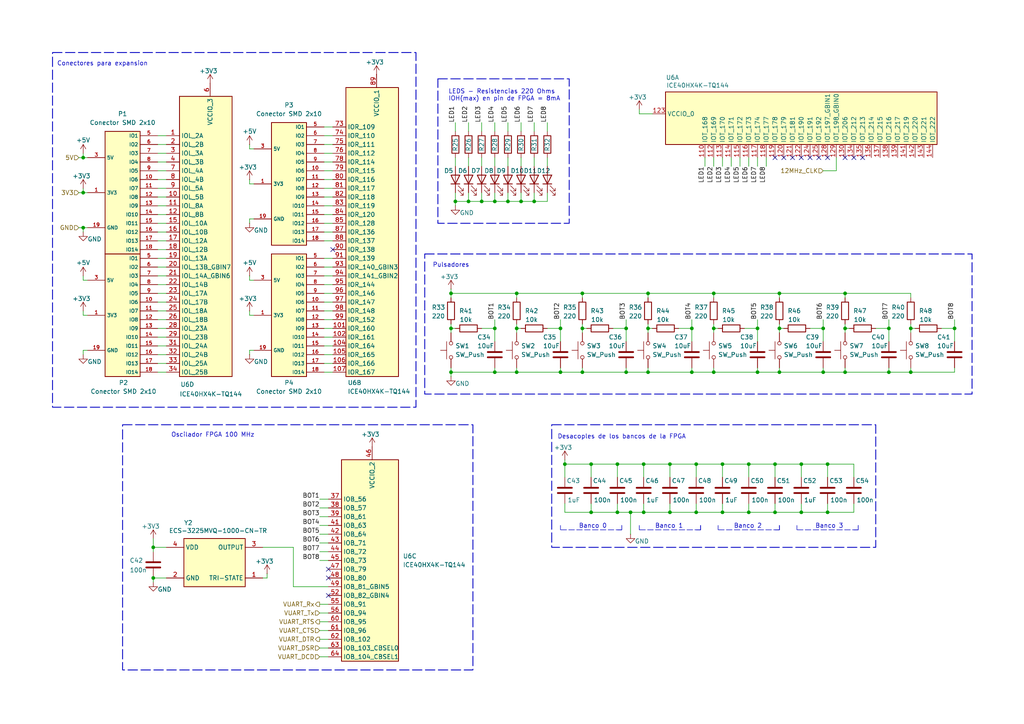
<source format=kicad_sch>
(kicad_sch (version 20250114) (generator "eeschema") (generator_version "9.0")
  (paper "A4")
  (rectangle (start 15.24 15.24) (end 120.65 118.11) (stroke (width 0.25) (type dash)))
  (rectangle (start 160.02 123.19) (end 254 158.75) (stroke (width 0.25) (type dash)))
  (rectangle (start 35.56 123.19) (end 137.16 194.31) (stroke (width 0.25) (type dash)))
  (rectangle (start 123.19 73.66) (end 281.94 114.3) (stroke (width 0.25) (type dash)))
  (rectangle (start 127 22.86) (end 165.1 64.77) (stroke (width 0.25) (type dash)))
  (text "Conectores para expansion" (at 29.718 18.542 0) (effects (font (size 1.27 1.27))))
  (text "Banco 0" (at 171.958 152.654 0) (effects (font (size 1.27 1.27))))
  (text "Desacoples de los bancos de la FPGA" (at 180.34 126.746 0) (effects (font (size 1.27 1.27))))
  (text "Oscilador FPGA 100 MHz" (at 61.722 126.238 0) (effects (font (size 1.27 1.27))))
  (text "LEDS - Resistencias 220 Ohms\nIOH(max) en pin de FPGA = 8mA" (at 130.048 27.686 0) (effects (font (size 1.27 1.27)) (justify left)))
  (text "Banco 2" (at 216.916 152.654 0) (effects (font (size 1.27 1.27))))
  (text "Banco 1" (at 194.056 152.654 0) (effects (font (size 1.27 1.27))))
  (text "Banco 3" (at 240.538 152.654 0) (effects (font (size 1.27 1.27))))
  (text "Pulsadores" (at 130.81 76.962 0) (effects (font (size 1.27 1.27))))
  (junction (at 219.71 95.25))
  (junction (at 24.13 55.88))
  (junction (at 194.31 134.62))
  (junction (at 179.07 134.62))
  (junction (at 147.32 58.42))
  (junction (at 149.86 95.25))
  (junction (at 182.88 148.59))
  (junction (at 139.7 58.42))
  (junction (at 24.13 45.72))
  (junction (at 187.96 95.25))
  (junction (at 187.96 85.09))
  (junction (at 240.03 134.62))
  (junction (at 224.79 134.62))
  (junction (at 238.76 95.25))
  (junction (at 207.01 95.25))
  (junction (at 207.01 107.95))
  (junction (at 179.07 148.59))
  (junction (at 130.81 85.09))
  (junction (at 238.76 107.95))
  (junction (at 162.56 95.25))
  (junction (at 232.41 134.62))
  (junction (at 151.13 58.42))
  (junction (at 245.11 85.09))
  (junction (at 217.17 134.62))
  (junction (at 181.61 95.25))
  (junction (at 44.45 167.64))
  (junction (at 245.11 107.95))
  (junction (at 219.71 107.95))
  (junction (at 149.86 107.95))
  (junction (at 201.93 134.62))
  (junction (at 226.06 107.95))
  (junction (at 226.06 85.09))
  (junction (at 226.06 95.25))
  (junction (at 162.56 107.95))
  (junction (at 276.86 95.25))
  (junction (at 240.03 148.59))
  (junction (at 187.96 107.95))
  (junction (at 171.45 148.59))
  (junction (at 149.86 85.09))
  (junction (at 143.51 58.42))
  (junction (at 130.81 95.25))
  (junction (at 209.55 148.59))
  (junction (at 130.81 107.95))
  (junction (at 44.45 158.75))
  (junction (at 201.93 148.59))
  (junction (at 257.81 95.25))
  (junction (at 143.51 107.95))
  (junction (at 200.66 107.95))
  (junction (at 232.41 148.59))
  (junction (at 168.91 85.09))
  (junction (at 171.45 134.62))
  (junction (at 217.17 148.59))
  (junction (at 168.91 95.25))
  (junction (at 135.89 58.42))
  (junction (at 207.01 85.09))
  (junction (at 264.16 95.25))
  (junction (at 132.08 58.42))
  (junction (at 200.66 95.25))
  (junction (at 245.11 95.25))
  (junction (at 154.94 58.42))
  (junction (at 224.79 148.59))
  (junction (at 257.81 107.95))
  (junction (at 168.91 107.95))
  (junction (at 163.83 134.62))
  (junction (at 186.69 148.59))
  (junction (at 181.61 107.95))
  (junction (at 143.51 95.25))
  (junction (at 186.69 134.62))
  (junction (at 209.55 134.62))
  (junction (at 264.16 107.95))
  (junction (at 24.13 66.04))
  (junction (at 194.31 148.59))
  (no_connect (at 95.25 167.64))
  (no_connect (at 224.79 45.72))
  (no_connect (at 95.25 165.1))
  (no_connect (at 245.11 45.72))
  (no_connect (at 250.19 45.72))
  (no_connect (at 240.03 45.72))
  (no_connect (at 96.52 72.39))
  (no_connect (at 232.41 45.72))
  (no_connect (at 234.95 45.72))
  (no_connect (at 247.65 45.72))
  (no_connect (at 95.25 172.72))
  (no_connect (at 229.87 45.72))
  (no_connect (at 227.33 45.72))
  (no_connect (at 237.49 45.72))
  (wire (pts (xy 93.98 67.31) (xy 96.52 67.31)))
  (wire (pts (xy 45.72 74.93) (xy 48.26 74.93)))
  (wire (pts (xy 158.75 95.25) (xy 162.56 95.25)))
  (wire (pts (xy 143.51 35.56) (xy 143.51 38.1)))
  (polyline (pts (xy 162.56 152.4) (xy 162.56 153.67)) (stroke (width 0) (type dash)))
  (wire (pts (xy 45.72 97.79) (xy 48.26 97.79)))
  (wire (pts (xy 224.79 148.59) (xy 232.41 148.59)))
  (wire (pts (xy 93.98 85.09) (xy 96.52 85.09)))
  (wire (pts (xy 158.75 45.72) (xy 158.75 48.26)))
  (polyline (pts (xy 180.34 152.4) (xy 180.34 153.67)) (stroke (width 0) (type dash)))
  (wire (pts (xy 257.81 92.71) (xy 257.81 95.25)))
  (wire (pts (xy 187.96 107.95) (xy 200.66 107.95)))
  (wire (pts (xy 151.13 45.72) (xy 151.13 48.26)))
  (wire (pts (xy 45.72 52.07) (xy 48.26 52.07)))
  (polyline (pts (xy 185.42 152.4) (xy 185.42 153.67)) (stroke (width 0) (type dash)))
  (wire (pts (xy 22.86 45.72) (xy 24.13 45.72)))
  (polyline (pts (xy 231.14 152.4) (xy 231.14 153.67)) (stroke (width 0) (type dash)))
  (wire (pts (xy 171.45 134.62) (xy 171.45 138.43)))
  (polyline (pts (xy 248.92 152.4) (xy 248.92 153.67)) (stroke (width 0) (type dash)))
  (wire (pts (xy 45.72 72.39) (xy 48.26 72.39)))
  (polyline (pts (xy 226.06 152.4) (xy 226.06 153.67)) (stroke (width 0) (type dash)))
  (wire (pts (xy 226.06 107.95) (xy 238.76 107.95)))
  (wire (pts (xy 209.55 134.62) (xy 209.55 138.43)))
  (wire (pts (xy 187.96 85.09) (xy 187.96 86.36)))
  (wire (pts (xy 242.57 49.53) (xy 242.57 45.72)))
  (wire (pts (xy 187.96 95.25) (xy 187.96 96.52)))
  (wire (pts (xy 130.81 107.95) (xy 130.81 109.22)))
  (wire (pts (xy 93.98 59.69) (xy 96.52 59.69)))
  (wire (pts (xy 45.72 77.47) (xy 48.26 77.47)))
  (wire (pts (xy 232.41 148.59) (xy 240.03 148.59)))
  (wire (pts (xy 226.06 93.98) (xy 226.06 95.25)))
  (wire (pts (xy 45.72 41.91) (xy 48.26 41.91)))
  (wire (pts (xy 154.94 55.88) (xy 154.94 58.42)))
  (wire (pts (xy 219.71 92.71) (xy 219.71 95.25)))
  (wire (pts (xy 44.45 167.64) (xy 44.45 168.91)))
  (wire (pts (xy 209.55 48.26) (xy 209.55 45.72)))
  (wire (pts (xy 196.85 95.25) (xy 200.66 95.25)))
  (wire (pts (xy 92.71 175.26) (xy 95.25 175.26)))
  (wire (pts (xy 187.96 85.09) (xy 207.01 85.09)))
  (wire (pts (xy 151.13 58.42) (xy 154.94 58.42)))
  (wire (pts (xy 217.17 134.62) (xy 224.79 134.62)))
  (wire (pts (xy 44.45 156.21) (xy 44.45 158.75)))
  (wire (pts (xy 45.72 82.55) (xy 48.26 82.55)))
  (wire (pts (xy 45.72 100.33) (xy 48.26 100.33)))
  (wire (pts (xy 238.76 49.53) (xy 242.57 49.53)))
  (wire (pts (xy 45.72 57.15) (xy 48.26 57.15)))
  (wire (pts (xy 147.32 55.88) (xy 147.32 58.42)))
  (wire (pts (xy 130.81 85.09) (xy 149.86 85.09)))
  (wire (pts (xy 76.2 167.64) (xy 77.47 167.64)))
  (wire (pts (xy 168.91 95.25) (xy 168.91 96.52)))
  (wire (pts (xy 207.01 95.25) (xy 207.01 96.52)))
  (wire (pts (xy 93.98 57.15) (xy 96.52 57.15)))
  (wire (pts (xy 149.86 95.25) (xy 149.86 96.52)))
  (wire (pts (xy 45.72 46.99) (xy 48.26 46.99)))
  (wire (pts (xy 219.71 95.25) (xy 219.71 99.06)))
  (polyline (pts (xy 203.2 152.4) (xy 203.2 153.67)) (stroke (width 0) (type dash)))
  (wire (pts (xy 151.13 35.56) (xy 151.13 38.1)))
  (wire (pts (xy 201.93 134.62) (xy 201.93 138.43)))
  (wire (pts (xy 245.11 95.25) (xy 245.11 96.52)))
  (wire (pts (xy 168.91 93.98) (xy 168.91 95.25)))
  (wire (pts (xy 92.71 152.4) (xy 95.25 152.4)))
  (wire (pts (xy 264.16 95.25) (xy 265.43 95.25)))
  (wire (pts (xy 45.72 39.37) (xy 48.26 39.37)))
  (wire (pts (xy 245.11 107.95) (xy 257.81 107.95)))
  (wire (pts (xy 24.13 54.61) (xy 24.13 55.88)))
  (wire (pts (xy 132.08 58.42) (xy 132.08 59.69)))
  (wire (pts (xy 45.72 62.23) (xy 48.26 62.23)))
  (wire (pts (xy 92.71 147.32) (xy 95.25 147.32)))
  (wire (pts (xy 179.07 134.62) (xy 179.07 138.43)))
  (wire (pts (xy 240.03 134.62) (xy 247.65 134.62)))
  (wire (pts (xy 200.66 95.25) (xy 200.66 99.06)))
  (wire (pts (xy 264.16 85.09) (xy 264.16 86.36)))
  (wire (pts (xy 139.7 55.88) (xy 139.7 58.42)))
  (wire (pts (xy 179.07 148.59) (xy 182.88 148.59)))
  (wire (pts (xy 238.76 92.71) (xy 238.76 95.25)))
  (wire (pts (xy 149.86 106.68) (xy 149.86 107.95)))
  (wire (pts (xy 93.98 95.25) (xy 96.52 95.25)))
  (wire (pts (xy 45.72 102.87) (xy 48.26 102.87)))
  (wire (pts (xy 72.39 53.34) (xy 73.66 53.34)))
  (wire (pts (xy 186.69 134.62) (xy 186.69 138.43)))
  (wire (pts (xy 245.11 85.09) (xy 245.11 86.36)))
  (wire (pts (xy 45.72 85.09) (xy 48.26 85.09)))
  (wire (pts (xy 45.72 95.25) (xy 48.26 95.25)))
  (wire (pts (xy 182.88 148.59) (xy 182.88 154.94)))
  (wire (pts (xy 182.88 148.59) (xy 186.69 148.59)))
  (wire (pts (xy 72.39 81.28) (xy 72.39 80.01)))
  (wire (pts (xy 207.01 85.09) (xy 226.06 85.09)))
  (wire (pts (xy 92.71 149.86) (xy 95.25 149.86)))
  (wire (pts (xy 130.81 83.82) (xy 130.81 85.09)))
  (wire (pts (xy 72.39 63.5) (xy 73.66 63.5)))
  (wire (pts (xy 181.61 92.71) (xy 181.61 95.25)))
  (wire (pts (xy 93.98 49.53) (xy 96.52 49.53)))
  (polyline (pts (xy 180.34 153.67) (xy 179.07 153.67)) (stroke (width 0) (type dash)))
  (wire (pts (xy 93.98 36.83) (xy 96.52 36.83)))
  (wire (pts (xy 77.47 167.64) (xy 77.47 166.37)))
  (wire (pts (xy 276.86 92.71) (xy 276.86 95.25)))
  (wire (pts (xy 163.83 138.43) (xy 163.83 134.62)))
  (wire (pts (xy 45.72 90.17) (xy 48.26 90.17)))
  (wire (pts (xy 238.76 107.95) (xy 245.11 107.95)))
  (wire (pts (xy 207.01 48.26) (xy 207.01 45.72)))
  (wire (pts (xy 194.31 134.62) (xy 194.31 138.43)))
  (wire (pts (xy 72.39 41.91) (xy 72.39 43.18)))
  (wire (pts (xy 132.08 58.42) (xy 135.89 58.42)))
  (wire (pts (xy 201.93 148.59) (xy 209.55 148.59)))
  (wire (pts (xy 93.98 107.95) (xy 96.52 107.95)))
  (wire (pts (xy 162.56 92.71) (xy 162.56 95.25)))
  (wire (pts (xy 207.01 95.25) (xy 208.28 95.25)))
  (wire (pts (xy 162.56 107.95) (xy 168.91 107.95)))
  (wire (pts (xy 93.98 100.33) (xy 96.52 100.33)))
  (wire (pts (xy 240.03 146.05) (xy 240.03 148.59)))
  (wire (pts (xy 45.72 87.63) (xy 48.26 87.63)))
  (wire (pts (xy 162.56 95.25) (xy 162.56 99.06)))
  (wire (pts (xy 143.51 95.25) (xy 143.51 99.06)))
  (wire (pts (xy 45.72 44.45) (xy 48.26 44.45)))
  (wire (pts (xy 222.25 48.26) (xy 222.25 45.72)))
  (wire (pts (xy 24.13 101.6) (xy 24.13 102.87)))
  (wire (pts (xy 264.16 106.68) (xy 264.16 107.95)))
  (wire (pts (xy 93.98 74.93) (xy 96.52 74.93)))
  (wire (pts (xy 245.11 106.68) (xy 245.11 107.95)))
  (wire (pts (xy 92.71 190.5) (xy 95.25 190.5)))
  (wire (pts (xy 44.45 158.75) (xy 44.45 160.02)))
  (wire (pts (xy 45.72 64.77) (xy 48.26 64.77)))
  (wire (pts (xy 92.71 187.96) (xy 95.25 187.96)))
  (wire (pts (xy 163.83 133.35) (xy 163.83 134.62)))
  (wire (pts (xy 219.71 48.26) (xy 219.71 45.72)))
  (wire (pts (xy 93.98 39.37) (xy 96.52 39.37)))
  (wire (pts (xy 264.16 107.95) (xy 276.86 107.95)))
  (wire (pts (xy 93.98 54.61) (xy 96.52 54.61)))
  (wire (pts (xy 72.39 101.6) (xy 72.39 102.87)))
  (wire (pts (xy 149.86 93.98) (xy 149.86 95.25)))
  (wire (pts (xy 224.79 134.62) (xy 224.79 138.43)))
  (wire (pts (xy 171.45 134.62) (xy 179.07 134.62)))
  (wire (pts (xy 24.13 66.04) (xy 24.13 67.31)))
  (wire (pts (xy 93.98 97.79) (xy 96.52 97.79)))
  (wire (pts (xy 92.71 182.88) (xy 95.25 182.88)))
  (wire (pts (xy 149.86 85.09) (xy 149.86 86.36)))
  (wire (pts (xy 135.89 58.42) (xy 139.7 58.42)))
  (wire (pts (xy 22.86 55.88) (xy 24.13 55.88)))
  (wire (pts (xy 234.95 95.25) (xy 238.76 95.25)))
  (wire (pts (xy 93.98 64.77) (xy 96.52 64.77)))
  (wire (pts (xy 219.71 107.95) (xy 226.06 107.95)))
  (wire (pts (xy 254 95.25) (xy 257.81 95.25)))
  (wire (pts (xy 154.94 45.72) (xy 154.94 48.26)))
  (wire (pts (xy 135.89 55.88) (xy 135.89 58.42)))
  (wire (pts (xy 72.39 91.44) (xy 72.39 90.17)))
  (wire (pts (xy 224.79 134.62) (xy 232.41 134.62)))
  (wire (pts (xy 92.71 162.56) (xy 95.25 162.56)))
  (wire (pts (xy 177.8 95.25) (xy 181.61 95.25)))
  (wire (pts (xy 194.31 146.05) (xy 194.31 148.59)))
  (polyline (pts (xy 248.92 153.67) (xy 247.65 153.67)) (stroke (width 0) (type dash)))
  (wire (pts (xy 181.61 95.25) (xy 181.61 99.06)))
  (wire (pts (xy 130.81 93.98) (xy 130.81 95.25)))
  (wire (pts (xy 217.17 148.59) (xy 224.79 148.59)))
  (wire (pts (xy 149.86 85.09) (xy 168.91 85.09)))
  (wire (pts (xy 185.42 31.75) (xy 185.42 33.02)))
  (wire (pts (xy 224.79 146.05) (xy 224.79 148.59)))
  (wire (pts (xy 143.51 58.42) (xy 147.32 58.42)))
  (wire (pts (xy 93.98 87.63) (xy 96.52 87.63)))
  (polyline (pts (xy 180.34 152.4) (xy 180.34 153.67)) (stroke (width 0) (type dash)))
  (wire (pts (xy 25.4 81.28) (xy 24.13 81.28)))
  (wire (pts (xy 45.72 49.53) (xy 48.26 49.53)))
  (wire (pts (xy 92.71 144.78) (xy 95.25 144.78)))
  (wire (pts (xy 154.94 58.42) (xy 158.75 58.42)))
  (wire (pts (xy 73.66 101.6) (xy 72.39 101.6)))
  (wire (pts (xy 139.7 95.25) (xy 143.51 95.25)))
  (wire (pts (xy 207.01 106.68) (xy 207.01 107.95)))
  (wire (pts (xy 226.06 106.68) (xy 226.06 107.95)))
  (wire (pts (xy 168.91 95.25) (xy 170.18 95.25)))
  (polyline (pts (xy 248.92 153.67) (xy 231.14 153.67)) (stroke (width 0) (type dash)))
  (wire (pts (xy 93.98 105.41) (xy 96.52 105.41)))
  (wire (pts (xy 139.7 58.42) (xy 143.51 58.42)))
  (wire (pts (xy 22.86 66.04) (xy 24.13 66.04)))
  (wire (pts (xy 247.65 146.05) (xy 247.65 148.59)))
  (wire (pts (xy 93.98 52.07) (xy 96.52 52.07)))
  (wire (pts (xy 276.86 106.68) (xy 276.86 107.95)))
  (wire (pts (xy 226.06 85.09) (xy 226.06 86.36)))
  (wire (pts (xy 147.32 45.72) (xy 147.32 48.26)))
  (wire (pts (xy 130.81 106.68) (xy 130.81 107.95)))
  (wire (pts (xy 207.01 107.95) (xy 219.71 107.95)))
  (wire (pts (xy 168.91 106.68) (xy 168.91 107.95)))
  (wire (pts (xy 92.71 157.48) (xy 95.25 157.48)))
  (wire (pts (xy 162.56 106.68) (xy 162.56 107.95)))
  (wire (pts (xy 45.72 69.85) (xy 48.26 69.85)))
  (wire (pts (xy 44.45 167.64) (xy 48.26 167.64)))
  (wire (pts (xy 245.11 85.09) (xy 264.16 85.09)))
  (wire (pts (xy 240.03 148.59) (xy 247.65 148.59)))
  (wire (pts (xy 276.86 95.25) (xy 276.86 99.06)))
  (wire (pts (xy 171.45 148.59) (xy 179.07 148.59)))
  (wire (pts (xy 24.13 81.28) (xy 24.13 80.01)))
  (wire (pts (xy 139.7 35.56) (xy 139.7 38.1)))
  (wire (pts (xy 151.13 55.88) (xy 151.13 58.42)))
  (polyline (pts (xy 226.06 153.67) (xy 208.28 153.67)) (stroke (width 0) (type dash)))
  (wire (pts (xy 215.9 95.25) (xy 219.71 95.25)))
  (wire (pts (xy 187.96 106.68) (xy 187.96 107.95)))
  (wire (pts (xy 264.16 93.98) (xy 264.16 95.25)))
  (wire (pts (xy 273.05 95.25) (xy 276.86 95.25)))
  (wire (pts (xy 85.09 170.18) (xy 95.25 170.18)))
  (wire (pts (xy 73.66 81.28) (xy 72.39 81.28)))
  (wire (pts (xy 238.76 95.25) (xy 238.76 99.06)))
  (wire (pts (xy 93.98 62.23) (xy 96.52 62.23)))
  (wire (pts (xy 45.72 80.01) (xy 48.26 80.01)))
  (wire (pts (xy 179.07 134.62) (xy 186.69 134.62)))
  (wire (pts (xy 257.81 95.25) (xy 257.81 99.06)))
  (wire (pts (xy 200.66 92.71) (xy 200.66 95.25)))
  (wire (pts (xy 194.31 148.59) (xy 201.93 148.59)))
  (wire (pts (xy 201.93 134.62) (xy 209.55 134.62)))
  (wire (pts (xy 171.45 146.05) (xy 171.45 148.59)))
  (wire (pts (xy 45.72 105.41) (xy 48.26 105.41)))
  (wire (pts (xy 147.32 35.56) (xy 147.32 38.1)))
  (wire (pts (xy 93.98 82.55) (xy 96.52 82.55)))
  (polyline (pts (xy 203.2 153.67) (xy 201.93 153.67)) (stroke (width 0) (type dash)))
  (wire (pts (xy 186.69 146.05) (xy 186.69 148.59)))
  (wire (pts (xy 163.83 146.05) (xy 163.83 148.59)))
  (wire (pts (xy 207.01 85.09) (xy 207.01 86.36)))
  (wire (pts (xy 24.13 44.45) (xy 24.13 45.72)))
  (wire (pts (xy 135.89 45.72) (xy 135.89 48.26)))
  (wire (pts (xy 217.17 48.26) (xy 217.17 45.72)))
  (wire (pts (xy 147.32 58.42) (xy 151.13 58.42)))
  (wire (pts (xy 149.86 95.25) (xy 151.13 95.25)))
  (wire (pts (xy 24.13 45.72) (xy 25.4 45.72)))
  (wire (pts (xy 226.06 95.25) (xy 227.33 95.25)))
  (wire (pts (xy 209.55 148.59) (xy 217.17 148.59)))
  (wire (pts (xy 135.89 35.56) (xy 135.89 38.1)))
  (wire (pts (xy 44.45 158.75) (xy 48.26 158.75)))
  (polyline (pts (xy 248.92 152.4) (xy 248.92 153.67)) (stroke (width 0) (type dash)))
  (wire (pts (xy 201.93 146.05) (xy 201.93 148.59)))
  (wire (pts (xy 132.08 45.72) (xy 132.08 48.26)))
  (polyline (pts (xy 180.34 153.67) (xy 162.56 153.67)) (stroke (width 0) (type dash)))
  (wire (pts (xy 143.51 55.88) (xy 143.51 58.42)))
  (wire (pts (xy 179.07 146.05) (xy 179.07 148.59)))
  (wire (pts (xy 72.39 63.5) (xy 72.39 64.77)))
  (wire (pts (xy 143.51 106.68) (xy 143.51 107.95)))
  (wire (pts (xy 200.66 107.95) (xy 207.01 107.95)))
  (wire (pts (xy 232.41 134.62) (xy 240.03 134.62)))
  (wire (pts (xy 209.55 146.05) (xy 209.55 148.59)))
  (wire (pts (xy 45.72 67.31) (xy 48.26 67.31)))
  (wire (pts (xy 171.45 148.59) (xy 163.83 148.59)))
  (wire (pts (xy 212.09 48.26) (xy 212.09 45.72)))
  (wire (pts (xy 214.63 48.26) (xy 214.63 45.72)))
  (wire (pts (xy 92.71 177.8) (xy 95.25 177.8)))
  (wire (pts (xy 149.86 107.95) (xy 162.56 107.95)))
  (wire (pts (xy 130.81 107.95) (xy 143.51 107.95)))
  (wire (pts (xy 24.13 66.04) (xy 25.4 66.04)))
  (wire (pts (xy 92.71 154.94) (xy 95.25 154.94)))
  (wire (pts (xy 154.94 35.56) (xy 154.94 38.1)))
  (wire (pts (xy 85.09 158.75) (xy 85.09 170.18)))
  (wire (pts (xy 45.72 54.61) (xy 48.26 54.61)))
  (wire (pts (xy 130.81 86.36) (xy 130.81 85.09)))
  (wire (pts (xy 232.41 146.05) (xy 232.41 148.59)))
  (wire (pts (xy 130.81 95.25) (xy 130.81 96.52)))
  (wire (pts (xy 24.13 55.88) (xy 25.4 55.88)))
  (wire (pts (xy 72.39 52.07) (xy 72.39 53.34)))
  (wire (pts (xy 217.17 134.62) (xy 217.17 138.43)))
  (wire (pts (xy 207.01 93.98) (xy 207.01 95.25)))
  (wire (pts (xy 168.91 107.95) (xy 181.61 107.95)))
  (wire (pts (xy 158.75 55.88) (xy 158.75 58.42)))
  (wire (pts (xy 45.72 107.95) (xy 48.26 107.95)))
  (wire (pts (xy 93.98 69.85) (xy 96.52 69.85)))
  (wire (pts (xy 240.03 134.62) (xy 240.03 138.43)))
  (wire (pts (xy 92.71 160.02) (xy 95.25 160.02)))
  (wire (pts (xy 181.61 106.68) (xy 181.61 107.95)))
  (wire (pts (xy 238.76 106.68) (xy 238.76 107.95)))
  (wire (pts (xy 93.98 90.17) (xy 96.52 90.17)))
  (polyline (pts (xy 203.2 152.4) (xy 203.2 153.67)) (stroke (width 0) (type dash)))
  (wire (pts (xy 93.98 44.45) (xy 96.52 44.45)))
  (wire (pts (xy 93.98 41.91) (xy 96.52 41.91)))
  (wire (pts (xy 93.98 80.01) (xy 96.52 80.01)))
  (polyline (pts (xy 226.06 152.4) (xy 226.06 153.67)) (stroke (width 0) (type dash)))
  (wire (pts (xy 257.81 107.95) (xy 264.16 107.95)))
  (wire (pts (xy 25.4 91.44) (xy 24.13 91.44)))
  (wire (pts (xy 187.96 95.25) (xy 189.23 95.25)))
  (wire (pts (xy 45.72 59.69) (xy 48.26 59.69)))
  (wire (pts (xy 226.06 95.25) (xy 226.06 96.52)))
  (wire (pts (xy 73.66 91.44) (xy 72.39 91.44)))
  (wire (pts (xy 186.69 134.62) (xy 194.31 134.62)))
  (wire (pts (xy 24.13 91.44) (xy 24.13 90.17)))
  (wire (pts (xy 187.96 93.98) (xy 187.96 95.25)))
  (wire (pts (xy 181.61 107.95) (xy 187.96 107.95)))
  (wire (pts (xy 226.06 85.09) (xy 245.11 85.09)))
  (polyline (pts (xy 226.06 153.67) (xy 224.79 153.67)) (stroke (width 0) (type dash)))
  (wire (pts (xy 168.91 85.09) (xy 187.96 85.09)))
  (wire (pts (xy 264.16 95.25) (xy 264.16 96.52)))
  (wire (pts (xy 217.17 146.05) (xy 217.17 148.59)))
  (wire (pts (xy 209.55 134.62) (xy 217.17 134.62)))
  (wire (pts (xy 139.7 45.72) (xy 139.7 48.26)))
  (wire (pts (xy 130.81 95.25) (xy 132.08 95.25)))
  (wire (pts (xy 257.81 106.68) (xy 257.81 107.95)))
  (wire (pts (xy 92.71 180.34) (xy 95.25 180.34)))
  (wire (pts (xy 219.71 106.68) (xy 219.71 107.95)))
  (wire (pts (xy 92.71 185.42) (xy 95.25 185.42)))
  (wire (pts (xy 186.69 148.59) (xy 194.31 148.59)))
  (wire (pts (xy 132.08 55.88) (xy 132.08 58.42)))
  (wire (pts (xy 158.75 35.56) (xy 158.75 38.1)))
  (polyline (pts (xy 203.2 153.67) (xy 185.42 153.67)) (stroke (width 0) (type dash)))
  (wire (pts (xy 204.47 48.26) (xy 204.47 45.72)))
  (wire (pts (xy 143.51 45.72) (xy 143.51 48.26)))
  (wire (pts (xy 143.51 107.95) (xy 149.86 107.95)))
  (wire (pts (xy 232.41 134.62) (xy 232.41 138.43)))
  (wire (pts (xy 245.11 93.98) (xy 245.11 95.25)))
  (polyline (pts (xy 208.28 152.4) (xy 208.28 153.67)) (stroke (width 0) (type dash)))
  (wire (pts (xy 247.65 134.62) (xy 247.65 138.43)))
  (wire (pts (xy 132.08 35.56) (xy 132.08 38.1)))
  (wire (pts (xy 245.11 95.25) (xy 246.38 95.25)))
  (wire (pts (xy 45.72 92.71) (xy 48.26 92.71)))
  (wire (pts (xy 200.66 106.68) (xy 200.66 107.95)))
  (wire (pts (xy 76.2 158.75) (xy 85.09 158.75)))
  (wire (pts (xy 185.42 33.02) (xy 189.23 33.02)))
  (wire (pts (xy 93.98 92.71) (xy 96.52 92.71)))
  (wire (pts (xy 168.91 85.09) (xy 168.91 86.36)))
  (wire (pts (xy 93.98 102.87) (xy 96.52 102.87)))
  (wire (pts (xy 163.83 134.62) (xy 171.45 134.62)))
  (wire (pts (xy 25.4 101.6) (xy 24.13 101.6)))
  (wire (pts (xy 93.98 46.99) (xy 96.52 46.99)))
  (wire (pts (xy 72.39 43.18) (xy 73.66 43.18)))
  (wire (pts (xy 93.98 77.47) (xy 96.52 77.47)))
  (wire (pts (xy 194.31 134.62) (xy 201.93 134.62)))
  (wire (pts (xy 143.51 92.71) (xy 143.51 95.25)))
  (label "LED5" (at 147.32 35.56 90))
  (label "BOT4" (at 92.71 152.4 180))
  (label "BOT7" (at 257.81 92.71 90))
  (label "BOT2" (at 92.71 147.32 180))
  (label "BOT1" (at 143.51 92.71 90))
  (label "LED6" (at 151.13 35.56 90))
  (label "BOT4" (at 200.66 92.71 90))
  (label "LED4" (at 143.51 35.56 90))
  (label "BOT3" (at 181.61 92.71 90))
  (label "LED5" (at 214.63 48.26 270))
  (label "LED1" (at 204.47 48.26 270))
  (label "LED4" (at 212.09 48.26 270))
  (label "LED2" (at 135.89 35.56 90))
  (label "BOT6" (at 238.76 92.71 90))
  (label "LED1" (at 132.08 35.56 90))
  (label "LED7" (at 154.94 35.56 90))
  (label "LED8" (at 222.25 48.26 270))
  (label "LED6" (at 217.17 48.26 270))
  (label "BOT6" (at 92.71 157.48 180))
  (label "BOT8" (at 92.71 162.56 180))
  (label "LED8" (at 158.75 35.56 90))
  (label "LED3" (at 209.55 48.26 270))
  (label "LED7" (at 219.71 48.26 270))
  (label "BOT2" (at 162.56 92.71 90))
  (label "LED2" (at 207.01 48.26 270))
  (label "BOT3" (at 92.71 149.86 180))
  (label "BOT8" (at 276.86 92.71 90))
  (label "BOT5" (at 92.71 154.94 180))
  (label "LED3" (at 139.7 35.56 90))
  (label "BOT7" (at 92.71 160.02 180))
  (label "BOT5" (at 219.71 92.71 90))
  (label "BOT1" (at 92.71 144.78 180))
  (hierarchical_label "5V" (shape input) (at 22.86 45.72 180))
  (hierarchical_label "3V3" (shape input) (at 22.86 55.88 180))
  (hierarchical_label "VUART_CTS" (shape input) (at 92.71 182.88 180))
  (hierarchical_label "VUART_DCD" (shape input) (at 92.71 190.5 180))
  (hierarchical_label "12MHz_CLK" (shape input) (at 238.76 49.53 180))
  (hierarchical_label "VUART_DTR" (shape output) (at 92.71 185.42 180))
  (hierarchical_label "VUART_RTS" (shape output) (at 92.71 180.34 180))
  (hierarchical_label "VUART_Rx" (shape output) (at 92.71 175.26 180))
  (hierarchical_label "VUART_Tx" (shape input) (at 92.71 177.8 180))
  (hierarchical_label "GND" (shape input) (at 22.86 66.04 180))
  (hierarchical_label "VUART_DSR" (shape input) (at 92.71 187.96 180))
  (symbol (lib_id "Device:R") (at 245.11 90.17 0) (unit 1)
    (property "Reference" "R39" (at 239.522 89.154 0) (effects (justify left)))
    (property "Value" "220" (at 239.522 91.694 0) (effects (justify left)))
    (property "Footprint" "Resistor_SMD:R_1206_3216Metric" (effects (hide yes)))
    (property "Description" "Resistor" (effects (hide yes)))
  )
  (symbol (lib_id "Device:C") (at 179.07 142.24 0) (unit 1)
    (property "Reference" "C45" (at 179.578 139.446 0) (effects (justify left)))
    (property "Value" "100n" (at 179.832 145.034 0) (effects (justify left)))
    (property "Footprint" "Capacitor_SMD:C_1206_3216Metric" (effects (hide yes)))
    (property "Description" "Unpolarized capacitor" (effects (hide yes)))
  )
  (symbol (lib_id "Device:C") (at 257.81 102.87 0) (unit 1)
    (property "Reference" "C40" (at 252.73 97.79 0) (effects (justify left)))
    (property "Value" "10uF" (at 252.73 100.33 0) (effects (justify left)))
    (property "Footprint" "Capacitor_SMD:C_1206_3216Metric" (effects (hide yes)))
    (property "Description" "Unpolarized capacitor" (effects (hide yes)))
  )
  (symbol (lib_id "Device:C") (at 186.69 142.24 0) (unit 1)
    (property "Reference" "C46" (at 187.198 139.446 0) (effects (justify left)))
    (property "Value" "1uF" (at 187.452 145.034 0) (effects (justify left)))
    (property "Footprint" "Capacitor_SMD:C_1206_3216Metric" (effects (hide yes)))
    (property "Description" "Unpolarized capacitor" (effects (hide yes)))
  )
  (symbol (lib_id "Device:R") (at 193.04 95.25 90) (unit 1)
    (property "Reference" "R44" (at 192.278 90.17 90))
    (property "Value" "10k" (at 192.278 92.71 90))
    (property "Footprint" "Resistor_SMD:R_1206_3216Metric" (effects (hide yes)))
    (property "Description" "Resistor" (effects (hide yes)))
  )
  (symbol (lib_id "Device:LED") (at 135.89 52.07 90) (unit 1)
    (property "Reference" "D6" (at 132.842 49.53 90) (effects (justify right)))
    (property "Value" "LED Green" (effects (hide yes)))
    (property "Footprint" "150141RS73100(LED):LEDM3528X210N" (effects (hide yes)))
    (property "Description" "Light emitting diode" (effects (hide yes)))
  )
  (symbol (lib_id "power:+5V") (at 163.83 133.35 0) (unit 1)
    (property "Reference" "#PWR067" (effects (hide yes)))
    (property "Value" "+3V3" (at 163.322 129.794 0))
    (property "Description" "Power symbol creates a global label with name \"+5V\"" (effects (hide yes)))
  )
  (symbol (lib_id "power:+5V") (at 72.39 41.91 0) (unit 1)
    (property "Reference" "#PWR049" (effects (hide yes)))
    (property "Value" "+5V" (at 72.39 38.1 0))
    (property "Description" "Power symbol creates a global label with name \"+5V\"" (effects (hide yes)))
  )
  (symbol (lib_id "FRT-FPGA:IO-Header_2x10_SMD") (at 86.36 91.44 0) (unit 1)
    (property "Reference" "P4" (at 83.82 110.998 0))
    (property "Value" "Conector SMD 2x10" (at 83.82 113.538 0))
    (property "Footprint" "Connector_PinSocket_2.54mm:PinSocket_2x10_P2.54mm_Vertical" (effects (hide yes)))
    (property "Description" "Conector SMD 2x10 (Male o Female)" (effects (hide yes)))
  )
  (symbol (lib_id "Device:C") (at 209.55 142.24 0) (unit 1)
    (property "Reference" "C49" (at 210.058 139.446 0) (effects (justify left)))
    (property "Value" "1uF" (at 210.312 145.034 0) (effects (justify left)))
    (property "Footprint" "Capacitor_SMD:C_1206_3216Metric" (effects (hide yes)))
    (property "Description" "Unpolarized capacitor" (effects (hide yes)))
  )
  (symbol (lib_id "power:+5V") (at 24.13 44.45 0) (unit 1)
    (property "Reference" "#PWR048" (effects (hide yes)))
    (property "Value" "+5V" (at 24.13 40.64 0))
    (property "Description" "Power symbol creates a global label with name \"+5V\"" (effects (hide yes)))
  )
  (symbol (lib_id "power:+5V") (at 107.95 129.54 0) (unit 1)
    (property "Reference" "#PWR063" (effects (hide yes)))
    (property "Value" "+3V3" (at 107.442 125.984 0))
    (property "Description" "Power symbol creates a global label with name \"+5V\"" (effects (hide yes)))
  )
  (symbol (lib_id "Device:C") (at 247.65 142.24 0) (unit 1)
    (property "Reference" "C54" (at 248.158 139.446 0) (effects (justify left)))
    (property "Value" "100n" (at 248.412 145.034 0) (effects (justify left)))
    (property "Footprint" "Capacitor_SMD:C_1206_3216Metric" (effects (hide yes)))
    (property "Description" "Unpolarized capacitor" (effects (hide yes)))
  )
  (symbol (lib_id "FPGA_Lattice:ICE40HX4K-TQ144") (at 60.96 69.85 0) (unit 4)
    (property "Reference" "U6" (at 52.324 111.506 0) (effects (justify left)))
    (property "Value" "ICE40HX4K-TQ144" (at 52.07 114.3 0) (effects (justify left)))
    (property "Footprint" "Package_QFP:TQFP-144_20x20mm_P0.5mm" (effects (hide yes)))
    (property "Datasheet" "http://www.latticesemi.com/Products/FPGAandCPLD/iCE40" (effects (hide yes)))
    (property "Description" "iCE40 HX FPGA, 3520 LUTs, 1.2V, TQFP-144" (effects (hide yes)))
  )
  (symbol (lib_id "Device:C") (at 200.66 102.87 0) (unit 1)
    (property "Reference" "C37" (at 195.58 97.79 0) (effects (justify left)))
    (property "Value" "10uF" (at 195.58 100.33 0) (effects (justify left)))
    (property "Footprint" "Capacitor_SMD:C_1206_3216Metric" (effects (hide yes)))
    (property "Description" "Unpolarized capacitor" (effects (hide yes)))
  )
  (symbol (lib_id "Device:R") (at 269.24 95.25 90) (unit 1)
    (property "Reference" "R48" (at 268.478 90.17 90))
    (property "Value" "10k" (at 268.478 92.71 90))
    (property "Footprint" "Resistor_SMD:R_1206_3216Metric" (effects (hide yes)))
    (property "Description" "Resistor" (effects (hide yes)))
  )
  (symbol (lib_id "power:GND") (at 182.88 154.94 0) (unit 1)
    (property "Reference" "#PWR066" (effects (hide yes)))
    (property "Value" "GND" (at 186.182 156.972 0))
    (property "Description" "Power symbol creates a global label with name \"GND\" , ground" (effects (hide yes)))
  )
  (symbol (lib_id "FRT-FPGA:IO-Header_2x10_SMD") (at 38.1 55.88 0) (unit 1)
    (property "Reference" "P1" (at 35.56 33.02 0))
    (property "Value" "Conector SMD 2x10" (at 35.56 35.56 0))
    (property "Footprint" "Connector_PinSocket_2.54mm:PinSocket_2x10_P2.54mm_Vertical" (effects (hide yes)))
    (property "Description" "Conector SMD 2x10 (Male o Female)" (effects (hide yes)))
  )
  (symbol (lib_id "Device:LED") (at 158.75 52.07 90) (unit 1)
    (property "Reference" "D12" (at 155.702 49.53 90) (effects (justify right)))
    (property "Value" "LED Red" (effects (hide yes)))
    (property "Footprint" "150141RS73100(LED):LEDM3528X210N" (effects (hide yes)))
    (property "Description" "Light emitting diode" (effects (hide yes)))
  )
  (symbol (lib_id "Device:R") (at 264.16 90.17 0) (unit 1)
    (property "Reference" "R40" (at 258.572 89.154 0) (effects (justify left)))
    (property "Value" "220" (at 258.572 91.694 0) (effects (justify left)))
    (property "Footprint" "Resistor_SMD:R_1206_3216Metric" (effects (hide yes)))
    (property "Description" "Resistor" (effects (hide yes)))
  )
  (symbol (lib_name "SW_Push_1") (lib_id "Switch:SW_Push") (at 245.11 101.6 90) (unit 1)
    (property "Reference" "SW7" (at 246.38 100.3299 90) (effects (justify right)))
    (property "Value" "SW_Push" (at 246.38 102.8699 90) (effects (justify right)))
    (property "Footprint" "TS04_66_75_BK_100_SMT:SW_TS04-66-75-BK-100-SMT" (effects (hide yes)))
    (property "Description" "Push button switch, generic, two pins" (effects (hide yes)))
  )
  (symbol (lib_id "power:+5V") (at 60.96 24.13 0) (unit 1)
    (property "Reference" "#PWR045" (effects (hide yes)))
    (property "Value" "+3V3" (at 60.452 20.574 0))
    (property "Description" "Power symbol creates a global label with name \"+5V\"" (effects (hide yes)))
  )
  (symbol (lib_id "Device:C") (at 217.17 142.24 0) (unit 1)
    (property "Reference" "C50" (at 217.678 139.446 0) (effects (justify left)))
    (property "Value" "100n" (at 217.932 145.034 0) (effects (justify left)))
    (property "Footprint" "Capacitor_SMD:C_1206_3216Metric" (effects (hide yes)))
    (property "Description" "Unpolarized capacitor" (effects (hide yes)))
  )
  (symbol (lib_id "Device:R") (at 158.75 41.91 0) (unit 1)
    (property "Reference" "R32" (at 158.75 43.942 90) (effects (justify left)))
    (property "Value" "R" (effects (hide yes)))
    (property "Footprint" "Resistor_SMD:R_1206_3216Metric" (effects (hide yes)))
    (property "Description" "Resistor" (effects (hide yes)))
  )
  (symbol (lib_id "Device:R") (at 147.32 41.91 0) (unit 1)
    (property "Reference" "R29" (at 147.32 43.942 90) (effects (justify left)))
    (property "Value" "R" (effects (hide yes)))
    (property "Footprint" "Resistor_SMD:R_1206_3216Metric" (effects (hide yes)))
    (property "Description" "Resistor" (effects (hide yes)))
  )
  (symbol (lib_id "power:+5V") (at 24.13 54.61 0) (unit 1)
    (property "Reference" "#PWR050" (effects (hide yes)))
    (property "Value" "+3V3" (at 23.622 51.054 0))
    (property "Description" "Power symbol creates a global label with name \"+5V\"" (effects (hide yes)))
  )
  (symbol (lib_id "FRT-FPGA:IO-Header_2x10_SMD") (at 38.1 91.44 0) (unit 1)
    (property "Reference" "P2" (at 35.814 110.998 0))
    (property "Value" "Conector SMD 2x10" (at 35.814 113.538 0))
    (property "Footprint" "Connector_PinSocket_2.54mm:PinSocket_2x10_P2.54mm_Vertical" (effects (hide yes)))
    (property "Description" "Conector SMD 2x10 (Male o Female)" (effects (hide yes)))
  )
  (symbol (lib_id "Switch:SW_Push") (at 226.06 101.6 90) (unit 1)
    (property "Reference" "SW6" (at 227.33 100.3299 90) (effects (justify right)))
    (property "Value" "SW_Push" (at 227.33 102.8699 90) (effects (justify right)))
    (property "Footprint" "TS04_66_75_BK_100_SMT:SW_TS04-66-75-BK-100-SMT" (effects (hide yes)))
    (property "Description" "Push button switch, generic, two pins" (effects (hide yes)))
  )
  (symbol (lib_id "Device:C") (at 194.31 142.24 0) (unit 1)
    (property "Reference" "C47" (at 194.818 139.446 0) (effects (justify left)))
    (property "Value" "100n" (at 195.072 145.034 0) (effects (justify left)))
    (property "Footprint" "Capacitor_SMD:C_1206_3216Metric" (effects (hide yes)))
    (property "Description" "Unpolarized capacitor" (effects (hide yes)))
  )
  (symbol (lib_id "Device:R") (at 154.94 95.25 90) (unit 1)
    (property "Reference" "R42" (at 154.178 90.17 90))
    (property "Value" "10k" (at 154.178 92.71 90))
    (property "Footprint" "Resistor_SMD:R_1206_3216Metric" (effects (hide yes)))
    (property "Description" "Resistor" (effects (hide yes)))
  )
  (symbol (lib_id "FPGA_Lattice:ICE40HX4K-TQ144") (at 107.95 165.1 0) (unit 3)
    (property "Reference" "U6" (at 116.84 161.2899 0) (effects (justify left)))
    (property "Value" "ICE40HX4K-TQ144" (at 116.84 163.8299 0) (effects (justify left)))
    (property "Footprint" "Package_QFP:TQFP-144_20x20mm_P0.5mm" (effects (hide yes)))
    (property "Datasheet" "http://www.latticesemi.com/Products/FPGAandCPLD/iCE40" (effects (hide yes)))
    (property "Description" "iCE40 HX FPGA, 3520 LUTs, 1.2V, TQFP-144" (effects (hide yes)))
  )
  (symbol (lib_id "power:GND") (at 44.45 168.91 0) (unit 1)
    (property "Reference" "#PWR069" (effects (hide yes)))
    (property "Value" "GND" (at 47.752 170.942 0))
    (property "Description" "Power symbol creates a global label with name \"GND\" , ground" (effects (hide yes)))
  )
  (symbol (lib_id "Device:C") (at 162.56 102.87 0) (unit 1)
    (property "Reference" "C35" (at 157.48 97.79 0) (effects (justify left)))
    (property "Value" "10uF" (at 157.48 100.33 0) (effects (justify left)))
    (property "Footprint" "Capacitor_SMD:C_1206_3216Metric" (effects (hide yes)))
    (property "Description" "Unpolarized capacitor" (effects (hide yes)))
  )
  (symbol (lib_id "power:GND") (at 72.39 64.77 0) (unit 1)
    (property "Reference" "#PWR054" (effects (hide yes)))
    (property "Value" "GND" (at 75.692 66.802 0))
    (property "Description" "Power symbol creates a global label with name \"GND\" , ground" (effects (hide yes)))
  )
  (symbol (lib_id "Device:R") (at 151.13 41.91 0) (unit 1)
    (property "Reference" "R30" (at 151.13 43.942 90) (effects (justify left)))
    (property "Value" "R" (effects (hide yes)))
    (property "Footprint" "Resistor_SMD:R_1206_3216Metric" (effects (hide yes)))
    (property "Description" "Resistor" (effects (hide yes)))
  )
  (symbol (lib_id "Device:R") (at 207.01 90.17 0) (unit 1)
    (property "Reference" "R37" (at 201.422 89.154 0) (effects (justify left)))
    (property "Value" "220" (at 201.422 91.694 0) (effects (justify left)))
    (property "Footprint" "Resistor_SMD:R_1206_3216Metric" (effects (hide yes)))
    (property "Description" "Resistor" (effects (hide yes)))
  )
  (symbol (lib_id "power:+5V") (at 109.22 21.59 0) (unit 1)
    (property "Reference" "#PWR046" (effects (hide yes)))
    (property "Value" "+3V3" (at 108.712 18.034 0))
    (property "Description" "Power symbol creates a global label with name \"+5V\"" (effects (hide yes)))
  )
  (symbol (lib_id "Device:R") (at 250.19 95.25 90) (unit 1)
    (property "Reference" "R47" (at 249.428 90.17 90))
    (property "Value" "10k" (at 249.428 92.71 90))
    (property "Footprint" "Resistor_SMD:R_1206_3216Metric" (effects (hide yes)))
    (property "Description" "Resistor" (effects (hide yes)))
  )
  (symbol (lib_id "power:+5V") (at 24.13 90.17 0) (unit 1)
    (property "Reference" "#PWR058" (effects (hide yes)))
    (property "Value" "+3V3" (at 23.622 86.614 0))
    (property "Description" "Power symbol creates a global label with name \"+5V\"" (effects (hide yes)))
  )
  (symbol (lib_id "Device:C") (at 44.45 163.83 0) (unit 1)
    (property "Reference" "C42" (at 37.592 162.56 0) (effects (justify left)))
    (property "Value" "100n" (at 37.592 165.354 0) (effects (justify left)))
    (property "Footprint" "Capacitor_SMD:C_1206_3216Metric" (effects (hide yes)))
    (property "Description" "Unpolarized capacitor" (effects (hide yes)))
  )
  (symbol (lib_id "Device:R") (at 212.09 95.25 90) (unit 1)
    (property "Reference" "R45" (at 211.328 90.17 90))
    (property "Value" "10k" (at 211.328 92.71 90))
    (property "Footprint" "Resistor_SMD:R_1206_3216Metric" (effects (hide yes)))
    (property "Description" "Resistor" (effects (hide yes)))
  )
  (symbol (lib_id "Device:R") (at 130.81 90.17 0) (unit 1)
    (property "Reference" "R33" (at 125.222 89.154 0) (effects (justify left)))
    (property "Value" "220" (at 125.222 91.694 0) (effects (justify left)))
    (property "Footprint" "Resistor_SMD:R_1206_3216Metric" (effects (hide yes)))
    (property "Description" "Resistor" (effects (hide yes)))
  )
  (symbol (lib_id "power:+5V") (at 130.81 83.82 0) (unit 1)
    (property "Reference" "#PWR056" (effects (hide yes)))
    (property "Value" "+3V3" (at 130.302 80.264 0))
    (property "Description" "Power symbol creates a global label with name \"+5V\"" (effects (hide yes)))
  )
  (symbol (lib_id "Switch:SW_Push") (at 168.91 101.6 90) (unit 1)
    (property "Reference" "SW3" (at 170.18 100.3299 90) (effects (justify right)))
    (property "Value" "SW_Push" (at 170.18 102.8699 90) (effects (justify right)))
    (property "Footprint" "TS04_66_75_BK_100_SMT:SW_TS04-66-75-BK-100-SMT" (effects (hide yes)))
    (property "Description" "Push button switch, generic, two pins" (effects (hide yes)))
  )
  (symbol (lib_id "Switch:SW_Push") (at 207.01 101.6 90) (unit 1)
    (property "Reference" "SW5" (at 208.28 100.3299 90) (effects (justify right)))
    (property "Value" "SW_Push" (at 208.28 102.8699 90) (effects (justify right)))
    (property "Footprint" "TS04_66_75_BK_100_SMT:SW_TS04-66-75-BK-100-SMT" (effects (hide yes)))
    (property "Description" "Push button switch, generic, two pins" (effects (hide yes)))
  )
  (symbol (lib_id "power:+5V") (at 72.39 80.01 0) (unit 1)
    (property "Reference" "#PWR057" (effects (hide yes)))
    (property "Value" "+5V" (at 72.39 76.2 0))
    (property "Description" "Power symbol creates a global label with name \"+5V\"" (effects (hide yes)))
  )
  (symbol (lib_id "power:+5V") (at 72.39 90.17 0) (unit 1)
    (property "Reference" "#PWR059" (effects (hide yes)))
    (property "Value" "+3V3" (at 71.882 86.614 0))
    (property "Description" "Power symbol creates a global label with name \"+5V\"" (effects (hide yes)))
  )
  (symbol (lib_id "power:+3.3V") (at 77.47 166.37 0) (unit 1)
    (property "Reference" "#PWR065" (effects (hide yes)))
    (property "Value" "+3V3" (at 76.708 162.814 0))
    (property "Description" "Power symbol creates a global label with name \"+3.3V\"" (effects (hide yes)))
  )
  (symbol (lib_id "Switch:SW_Push") (at 149.86 101.6 90) (unit 1)
    (property "Reference" "SW2" (at 151.13 100.3299 90) (effects (justify right)))
    (property "Value" "SW_Push" (at 151.13 102.8699 90) (effects (justify right)))
    (property "Footprint" "TS04_66_75_BK_100_SMT:SW_TS04-66-75-BK-100-SMT" (effects (hide yes)))
    (property "Description" "Push button switch, generic, two pins" (effects (hide yes)))
  )
  (symbol (lib_id "Device:LED") (at 154.94 52.07 90) (unit 1)
    (property "Reference" "D11" (at 151.892 49.53 90) (effects (justify right)))
    (property "Value" "LED Red" (effects (hide yes)))
    (property "Footprint" "150141RS73100(LED):LEDM3528X210N" (effects (hide yes)))
    (property "Description" "Light emitting diode" (effects (hide yes)))
  )
  (symbol (lib_id "Device:R") (at 168.91 90.17 0) (unit 1)
    (property "Reference" "R35" (at 163.322 89.154 0) (effects (justify left)))
    (property "Value" "220" (at 163.322 91.694 0) (effects (justify left)))
    (property "Footprint" "Resistor_SMD:R_1206_3216Metric" (effects (hide yes)))
    (property "Description" "Resistor" (effects (hide yes)))
  )
  (symbol (lib_id "power:GND") (at 130.81 109.22 0) (unit 1)
    (property "Reference" "#PWR061" (effects (hide yes)))
    (property "Value" "GND" (at 134.112 111.252 0))
    (property "Description" "Power symbol creates a global label with name \"GND\" , ground" (effects (hide yes)))
  )
  (symbol (lib_id "Device:R") (at 154.94 41.91 0) (unit 1)
    (property "Reference" "R31" (at 154.94 43.942 90) (effects (justify left)))
    (property "Value" "R" (effects (hide yes)))
    (property "Footprint" "Resistor_SMD:R_1206_3216Metric" (effects (hide yes)))
    (property "Description" "Resistor" (effects (hide yes)))
  )
  (symbol (lib_id "Device:R") (at 135.89 95.25 90) (unit 1)
    (property "Reference" "R41" (at 135.128 90.17 90))
    (property "Value" "10k" (at 135.128 92.71 90))
    (property "Footprint" "Resistor_SMD:R_1206_3216Metric" (effects (hide yes)))
    (property "Description" "Resistor" (effects (hide yes)))
  )
  (symbol (lib_id "Device:LED") (at 143.51 52.07 90) (unit 1)
    (property "Reference" "D8" (at 140.462 49.53 90) (effects (justify right)))
    (property "Value" "LED Green" (effects (hide yes)))
    (property "Footprint" "150141RS73100(LED):LEDM3528X210N" (effects (hide yes)))
    (property "Description" "Light emitting diode" (effects (hide yes)))
  )
  (symbol (lib_id "Device:R") (at 149.86 90.17 0) (unit 1)
    (property "Reference" "R34" (at 144.272 89.154 0) (effects (justify left)))
    (property "Value" "220" (at 144.272 91.694 0) (effects (justify left)))
    (property "Footprint" "Resistor_SMD:R_1206_3216Metric" (effects (hide yes)))
    (property "Description" "Resistor" (effects (hide yes)))
  )
  (symbol (lib_id "Device:LED") (at 147.32 52.07 90) (unit 1)
    (property "Reference" "D9" (at 144.018 49.53 90) (effects (justify right)))
    (property "Value" "LED Red" (effects (hide yes)))
    (property "Footprint" "150141RS73100(LED):LEDM3528X210N" (effects (hide yes)))
    (property "Description" "Light emitting diode" (effects (hide yes)))
  )
  (symbol (lib_id "Switch:SW_Push") (at 187.96 101.6 90) (unit 1)
    (property "Reference" "SW4" (at 189.23 100.3299 90) (effects (justify right)))
    (property "Value" "SW_Push" (at 189.23 102.8699 90) (effects (justify right)))
    (property "Footprint" "TS04_66_75_BK_100_SMT:SW_TS04-66-75-BK-100-SMT" (effects (hide yes)))
    (property "Description" "Push button switch, generic, two pins" (effects (hide yes)))
  )
  (symbol (lib_id "power:+5V") (at 185.42 31.75 0) (unit 1)
    (property "Reference" "#PWR047" (effects (hide yes)))
    (property "Value" "+3V3" (at 184.912 28.194 0))
    (property "Description" "Power symbol creates a global label with name \"+5V\"" (effects (hide yes)))
  )
  (symbol (lib_id "Device:R") (at 187.96 90.17 0) (unit 1)
    (property "Reference" "R36" (at 182.372 89.154 0) (effects (justify left)))
    (property "Value" "220" (at 182.372 91.694 0) (effects (justify left)))
    (property "Footprint" "Resistor_SMD:R_1206_3216Metric" (effects (hide yes)))
    (property "Description" "Resistor" (effects (hide yes)))
  )
  (symbol (lib_id "Device:R") (at 226.06 90.17 0) (unit 1)
    (property "Reference" "R38" (at 220.472 89.154 0) (effects (justify left)))
    (property "Value" "220" (at 220.472 91.694 0) (effects (justify left)))
    (property "Footprint" "Resistor_SMD:R_1206_3216Metric" (effects (hide yes)))
    (property "Description" "Resistor" (effects (hide yes)))
  )
  (symbol (lib_id "power:+5V") (at 24.13 80.01 0) (unit 1)
    (property "Reference" "#PWR055" (effects (hide yes)))
    (property "Value" "+5V" (at 24.13 76.2 0))
    (property "Description" "Power symbol creates a global label with name \"+5V\"" (effects (hide yes)))
  )
  (symbol (lib_id "Device:LED") (at 132.08 52.07 90) (unit 1)
    (property "Reference" "D5" (at 128.778 49.53 90) (effects (justify right)))
    (property "Value" "LED Green" (effects (hide yes)))
    (property "Footprint" "150141RS73100(LED):LEDM3528X210N" (effects (hide yes)))
    (property "Description" "Light emitting diode" (effects (hide yes)))
  )
  (symbol (lib_id "Device:C") (at 238.76 102.87 0) (unit 1)
    (property "Reference" "C39" (at 233.68 97.79 0) (effects (justify left)))
    (property "Value" "10uF" (at 233.68 100.33 0) (effects (justify left)))
    (property "Footprint" "Capacitor_SMD:C_1206_3216Metric" (effects (hide yes)))
    (property "Description" "Unpolarized capacitor" (effects (hide yes)))
  )
  (symbol (lib_id "ECS-3225MVQ-1000-CN-TR:ECS-3225MVQ-1000-CN-TR") (at 38.1 165.1 0) (unit 1)
    (property "Reference" "Y2" (at 54.61 151.638 0))
    (property "Value" "ECS-3225MVQ-1000-CN-TR" (at 63.246 153.924 0))
    (property "Footprint" "ECS_3225MV_120_CN_TR:OSC_ECS-3225MV-120-CN-TR" (effects (hide yes)))
    (property "Datasheet" "https://www.mouser.cn/datasheet/2/122/ECS_3225MVQ-1825332.pdf" (effects (hide yes)))
    (property "Description" "Standard Clock Oscillators XO 100.000MHZ CMOS SMD ECS-3225MVQ XO Enable/Disable CMOS 1.7 V ~ 3.6 V +/- 25ppm -40 C ~ 85 C 20 mA Surface Mount 4-SMD, No Lead 0.098\" L x 0.079\" W (2.50mm x 2.00mm) 0.035\" (1.2mm),AECQ" (effects (hide yes)))
    (property "Height" "1.2" (effects (hide yes)))
    (property "Mouser Part Number" "520-3225MVQ-1000CN-T" (effects (hide yes)))
    (property "Mouser Price/Stock" "https://www.mouser.co.uk/ProductDetail/ECS/ECS-3225MVQ-1000-CN-TR?qs=GedFDFLaBXGF0v8Ft1PUZg%3D%3D" (effects (hide yes)))
    (property "Manufacturer_Name" "ECS" (effects (hide yes)))
    (property "Manufacturer_Part_Number" "ECS-3225MVQ-1000-CN-TR" (effects (hide yes)))
  )
  (symbol (lib_id "FRT-FPGA:IO-Header_2x10_SMD") (at 86.36 53.34 0) (unit 1)
    (property "Reference" "P3" (at 83.82 30.48 0))
    (property "Value" "Conector SMD 2x10" (at 83.82 33.02 0))
    (property "Footprint" "Connector_PinSocket_2.54mm:PinSocket_2x10_P2.54mm_Vertical" (effects (hide yes)))
    (property "Description" "Conector SMD 2x10 (Male o Female)" (effects (hide yes)))
  )
  (symbol (lib_id "Device:LED") (at 139.7 52.07 90) (unit 1)
    (property "Reference" "D7" (at 136.652 49.53 90) (effects (justify right)))
    (property "Value" "LED Green" (effects (hide yes)))
    (property "Footprint" "150141RS73100(LED):LEDM3528X210N" (effects (hide yes)))
    (property "Description" "Light emitting diode" (effects (hide yes)))
  )
  (symbol (lib_id "FPGA_Lattice:ICE40HX4K-TQ144") (at 109.22 69.85 0) (unit 2)
    (property "Reference" "U6" (at 100.838 110.998 0) (effects (justify left)))
    (property "Value" "ICE40HX4K-TQ144" (at 100.838 113.538 0) (effects (justify left)))
    (property "Footprint" "Package_QFP:TQFP-144_20x20mm_P0.5mm" (effects (hide yes)))
    (property "Datasheet" "http://www.latticesemi.com/Products/FPGAandCPLD/iCE40" (effects (hide yes)))
    (property "Description" "iCE40 HX FPGA, 3520 LUTs, 1.2V, TQFP-144" (effects (hide yes)))
  )
  (symbol (lib_id "Device:R") (at 231.14 95.25 90) (unit 1)
    (property "Reference" "R46" (at 230.378 90.17 90))
    (property "Value" "10k" (at 230.378 92.71 90))
    (property "Footprint" "Resistor_SMD:R_1206_3216Metric" (effects (hide yes)))
    (property "Description" "Resistor" (effects (hide yes)))
  )
  (symbol (lib_id "Device:C") (at 171.45 142.24 0) (unit 1)
    (property "Reference" "C44" (at 171.958 139.446 0) (effects (justify left)))
    (property "Value" "100n" (at 172.212 145.034 0) (effects (justify left)))
    (property "Footprint" "Capacitor_SMD:C_1206_3216Metric" (effects (hide yes)))
    (property "Description" "Unpolarized capacitor" (effects (hide yes)))
  )
  (symbol (lib_id "power:GND") (at 132.08 59.69 0) (unit 1)
    (property "Reference" "#PWR053" (effects (hide yes)))
    (property "Value" "GND" (at 135.382 61.722 0))
    (property "Description" "Power symbol creates a global label with name \"GND\" , ground" (effects (hide yes)))
  )
  (symbol (lib_id "Device:C") (at 143.51 102.87 0) (unit 1)
    (property "Reference" "C34" (at 138.43 97.79 0) (effects (justify left)))
    (property "Value" "10uF" (at 138.43 100.33 0) (effects (justify left)))
    (property "Footprint" "Capacitor_SMD:C_1206_3216Metric" (effects (hide yes)))
    (property "Description" "Unpolarized capacitor" (effects (hide yes)))
  )
  (symbol (lib_id "Device:C") (at 163.83 142.24 0) (unit 1)
    (property "Reference" "C43" (at 164.338 139.446 0) (effects (justify left)))
    (property "Value" "1uF" (at 164.592 145.034 0) (effects (justify left)))
    (property "Footprint" "Capacitor_SMD:C_1206_3216Metric" (effects (hide yes)))
    (property "Description" "Unpolarized capacitor" (effects (hide yes)))
  )
  (symbol (lib_id "Device:C") (at 240.03 142.24 0) (unit 1)
    (property "Reference" "C53" (at 240.538 139.446 0) (effects (justify left)))
    (property "Value" "100n" (at 240.792 145.034 0) (effects (justify left)))
    (property "Footprint" "Capacitor_SMD:C_1206_3216Metric" (effects (hide yes)))
    (property "Description" "Unpolarized capacitor" (effects (hide yes)))
  )
  (symbol (lib_id "Device:R") (at 173.99 95.25 90) (unit 1)
    (property "Reference" "R43" (at 173.228 90.17 90))
    (property "Value" "10k" (at 173.228 92.71 90))
    (property "Footprint" "Resistor_SMD:R_1206_3216Metric" (effects (hide yes)))
    (property "Description" "Resistor" (effects (hide yes)))
  )
  (symbol (lib_id "Switch:SW_Push") (at 130.81 101.6 90) (unit 1)
    (property "Reference" "SW1" (at 132.08 100.3299 90) (effects (justify right)))
    (property "Value" "SW_Push" (at 132.08 102.8699 90) (effects (justify right)))
    (property "Footprint" "TS04_66_75_BK_100_SMT:SW_TS04-66-75-BK-100-SMT" (effects (hide yes)))
    (property "Description" "Push button switch, generic, two pins" (effects (hide yes)))
  )
  (symbol (lib_id "Device:R") (at 132.08 41.91 0) (unit 1)
    (property "Reference" "R25" (at 132.08 43.942 90) (effects (justify left)))
    (property "Value" "R" (effects (hide yes)))
    (property "Footprint" "Resistor_SMD:R_1206_3216Metric" (effects (hide yes)))
    (property "Description" "Resistor" (effects (hide yes)))
  )
  (symbol (lib_id "Device:LED") (at 151.13 52.07 90) (unit 1)
    (property "Reference" "D10" (at 148.082 49.53 90) (effects (justify right)))
    (property "Value" "LED Red" (effects (hide yes)))
    (property "Footprint" "150141RS73100(LED):LEDM3528X210N" (effects (hide yes)))
    (property "Description" "Light emitting diode" (effects (hide yes)))
  )
  (symbol (lib_id "Device:R") (at 143.51 41.91 0) (unit 1)
    (property "Reference" "R28" (at 143.51 43.942 90) (effects (justify left)))
    (property "Value" "R" (effects (hide yes)))
    (property "Footprint" "Resistor_SMD:R_1206_3216Metric" (effects (hide yes)))
    (property "Description" "Resistor" (effects (hide yes)))
  )
  (symbol (lib_id "Device:C") (at 219.71 102.87 0) (unit 1)
    (property "Reference" "C38" (at 214.63 97.79 0) (effects (justify left)))
    (property "Value" "10uF" (at 214.63 100.33 0) (effects (justify left)))
    (property "Footprint" "Capacitor_SMD:C_1206_3216Metric" (effects (hide yes)))
    (property "Description" "Unpolarized capacitor" (effects (hide yes)))
  )
  (symbol (lib_id "power:GND") (at 24.13 67.31 0) (unit 1)
    (property "Reference" "#PWR052" (effects (hide yes)))
    (property "Value" "GND" (at 27.432 69.342 0))
    (property "Description" "Power symbol creates a global label with name \"GND\" , ground" (effects (hide yes)))
  )
  (symbol (lib_id "power:GND") (at 72.39 102.87 0) (unit 1)
    (property "Reference" "#PWR062" (effects (hide yes)))
    (property "Value" "GND" (at 75.692 104.902 0))
    (property "Description" "Power symbol creates a global label with name \"GND\" , ground" (effects (hide yes)))
  )
  (symbol (lib_id "power:+3.3V") (at 44.45 156.21 0) (unit 1)
    (property "Reference" "#PWR064" (effects (hide yes)))
    (property "Value" "+3V3" (at 43.688 152.654 0))
    (property "Description" "Power symbol creates a global label with name \"+3.3V\"" (effects (hide yes)))
  )
  (symbol (lib_id "FPGA_Lattice:ICE40HX4K-TQ144") (at 234.95 33.02 90) (unit 1)
    (property "Reference" "U6" (at 196.977 22.479 90) (effects (justify left)))
    (property "Value" "ICE40HX4K-TQ144" (at 211.455 24.765 90) (effects (justify left)))
    (property "Footprint" "Package_QFP:TQFP-144_20x20mm_P0.5mm" (effects (hide yes)))
    (property "Datasheet" "http://www.latticesemi.com/Products/FPGAandCPLD/iCE40" (effects (hide yes)))
    (property "Description" "iCE40 HX FPGA, 3520 LUTs, 1.2V, TQFP-144" (effects (hide yes)))
  )
  (symbol (lib_id "Device:C") (at 224.79 142.24 0) (unit 1)
    (property "Reference" "C51" (at 225.298 139.446 0) (effects (justify left)))
    (property "Value" "100n" (at 225.552 145.034 0) (effects (justify left)))
    (property "Footprint" "Capacitor_SMD:C_1206_3216Metric" (effects (hide yes)))
    (property "Description" "Unpolarized capacitor" (effects (hide yes)))
  )
  (symbol (lib_id "Device:R") (at 139.7 41.91 0) (unit 1)
    (property "Reference" "R27" (at 139.7 43.942 90) (effects (justify left)))
    (property "Value" "R" (effects (hide yes)))
    (property "Footprint" "Resistor_SMD:R_1206_3216Metric" (effects (hide yes)))
    (property "Description" "Resistor" (effects (hide yes)))
  )
  (symbol (lib_id "Device:C") (at 276.86 102.87 0) (unit 1)
    (property "Reference" "C41" (at 271.78 97.79 0) (effects (justify left)))
    (property "Value" "10uF" (at 271.78 100.33 0) (effects (justify left)))
    (property "Footprint" "Capacitor_SMD:C_1206_3216Metric" (effects (hide yes)))
    (property "Description" "Unpolarized capacitor" (effects (hide yes)))
  )
  (symbol (lib_id "Device:R") (at 135.89 41.91 0) (unit 1)
    (property "Reference" "R26" (at 135.89 43.942 90) (effects (justify left)))
    (property "Value" "R" (effects (hide yes)))
    (property "Footprint" "Resistor_SMD:R_1206_3216Metric" (effects (hide yes)))
    (property "Description" "Resistor" (effects (hide yes)))
  )
  (symbol (lib_id "power:+5V") (at 72.39 52.07 0) (unit 1)
    (property "Reference" "#PWR051" (effects (hide yes)))
    (property "Value" "+3V3" (at 71.882 48.514 0))
    (property "Description" "Power symbol creates a global label with name \"+5V\"" (effects (hide yes)))
  )
  (symbol (lib_id "Device:C") (at 181.61 102.87 0) (unit 1)
    (property "Reference" "C36" (at 176.53 97.79 0) (effects (justify left)))
    (property "Value" "10uF" (at 176.53 100.33 0) (effects (justify left)))
    (property "Footprint" "Capacitor_SMD:C_1206_3216Metric" (effects (hide yes)))
    (property "Description" "Unpolarized capacitor" (effects (hide yes)))
  )
  (symbol (lib_id "Device:C") (at 232.41 142.24 0) (unit 1)
    (property "Reference" "C52" (at 232.918 139.446 0) (effects (justify left)))
    (property "Value" "1uF" (at 233.172 145.034 0) (effects (justify left)))
    (property "Footprint" "Capacitor_SMD:C_1206_3216Metric" (effects (hide yes)))
    (property "Description" "Unpolarized capacitor" (effects (hide yes)))
  )
  (symbol (lib_id "Switch:SW_Push") (at 264.16 101.6 90) (unit 1)
    (property "Reference" "SW8" (at 265.43 100.3299 90) (effects (justify right)))
    (property "Value" "SW_Push" (at 265.43 102.8699 90) (effects (justify right)))
    (property "Footprint" "TS04_66_75_BK_100_SMT:SW_TS04-66-75-BK-100-SMT" (effects (hide yes)))
    (property "Description" "Push button switch, generic, two pins" (effects (hide yes)))
  )
  (symbol (lib_id "Device:C") (at 201.93 142.24 0) (unit 1)
    (property "Reference" "C48" (at 202.438 139.446 0) (effects (justify left)))
    (property "Value" "100n" (at 202.692 145.034 0) (effects (justify left)))
    (property "Footprint" "Capacitor_SMD:C_1206_3216Metric" (effects (hide yes)))
    (property "Description" "Unpolarized capacitor" (effects (hide yes)))
  )
  (symbol (lib_id "power:GND") (at 24.13 102.87 0) (unit 1)
    (property "Reference" "#PWR060" (effects (hide yes)))
    (property "Value" "GND" (at 27.432 104.902 0))
    (property "Description" "Power symbol creates a global label with name \"GND\" , ground" (effects (hide yes)))
  )
)
</source>
